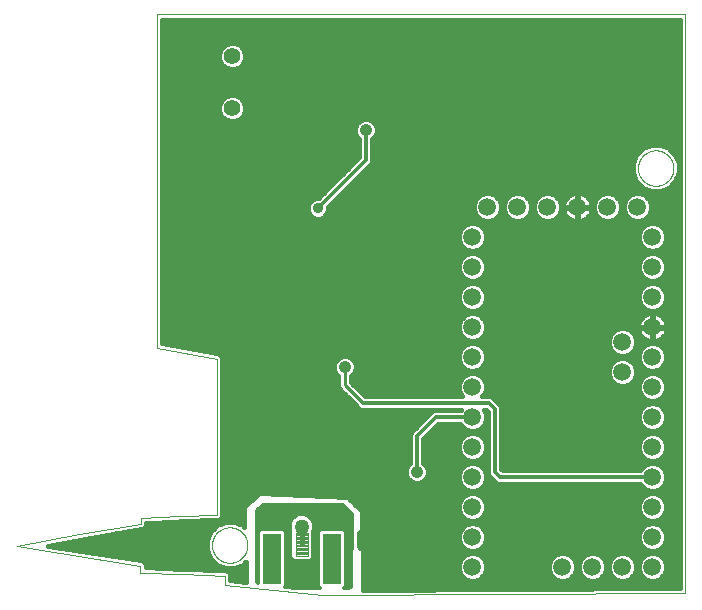
<source format=gbl>
G75*
%MOIN*%
%OFA0B0*%
%FSLAX25Y25*%
%IPPOS*%
%LPD*%
%AMOC8*
5,1,8,0,0,1.08239X$1,22.5*
%
%ADD10C,0.00000*%
%ADD11C,0.05937*%
%ADD12C,0.05543*%
%ADD13C,0.05000*%
%ADD14C,0.00450*%
%ADD15R,0.06000X0.17000*%
%ADD16C,0.01200*%
%ADD17C,0.04724*%
%ADD18C,0.04134*%
%ADD19C,0.03562*%
%ADD20C,0.01600*%
%ADD21C,0.01000*%
D10*
X0004557Y0022435D02*
X0025391Y0026394D01*
X0045891Y0030019D01*
X0045960Y0031852D01*
X0046030Y0032019D01*
X0058794Y0032505D01*
X0071224Y0032991D01*
X0071200Y0032985D02*
X0071225Y0058990D01*
X0071224Y0058963D02*
X0071224Y0084935D01*
X0051224Y0088685D01*
X0051224Y0199797D01*
X0227474Y0199797D01*
X0227474Y0006741D01*
X0166919Y0006394D01*
X0106363Y0006047D01*
X0074002Y0009419D01*
X0074002Y0012574D01*
X0059905Y0013130D01*
X0045807Y0013685D01*
X0045807Y0015908D01*
X0004557Y0022435D01*
X0069653Y0022850D02*
X0069655Y0023003D01*
X0069661Y0023157D01*
X0069671Y0023310D01*
X0069685Y0023462D01*
X0069703Y0023615D01*
X0069725Y0023766D01*
X0069750Y0023917D01*
X0069780Y0024068D01*
X0069814Y0024218D01*
X0069851Y0024366D01*
X0069892Y0024514D01*
X0069937Y0024660D01*
X0069986Y0024806D01*
X0070039Y0024950D01*
X0070095Y0025092D01*
X0070155Y0025233D01*
X0070219Y0025373D01*
X0070286Y0025511D01*
X0070357Y0025647D01*
X0070432Y0025781D01*
X0070509Y0025913D01*
X0070591Y0026043D01*
X0070675Y0026171D01*
X0070763Y0026297D01*
X0070854Y0026420D01*
X0070948Y0026541D01*
X0071046Y0026659D01*
X0071146Y0026775D01*
X0071250Y0026888D01*
X0071356Y0026999D01*
X0071465Y0027107D01*
X0071577Y0027212D01*
X0071691Y0027313D01*
X0071809Y0027412D01*
X0071928Y0027508D01*
X0072050Y0027601D01*
X0072175Y0027690D01*
X0072302Y0027777D01*
X0072431Y0027859D01*
X0072562Y0027939D01*
X0072695Y0028015D01*
X0072830Y0028088D01*
X0072967Y0028157D01*
X0073106Y0028222D01*
X0073246Y0028284D01*
X0073388Y0028342D01*
X0073531Y0028397D01*
X0073676Y0028448D01*
X0073822Y0028495D01*
X0073969Y0028538D01*
X0074117Y0028577D01*
X0074266Y0028613D01*
X0074416Y0028644D01*
X0074567Y0028672D01*
X0074718Y0028696D01*
X0074871Y0028716D01*
X0075023Y0028732D01*
X0075176Y0028744D01*
X0075329Y0028752D01*
X0075482Y0028756D01*
X0075636Y0028756D01*
X0075789Y0028752D01*
X0075942Y0028744D01*
X0076095Y0028732D01*
X0076247Y0028716D01*
X0076400Y0028696D01*
X0076551Y0028672D01*
X0076702Y0028644D01*
X0076852Y0028613D01*
X0077001Y0028577D01*
X0077149Y0028538D01*
X0077296Y0028495D01*
X0077442Y0028448D01*
X0077587Y0028397D01*
X0077730Y0028342D01*
X0077872Y0028284D01*
X0078012Y0028222D01*
X0078151Y0028157D01*
X0078288Y0028088D01*
X0078423Y0028015D01*
X0078556Y0027939D01*
X0078687Y0027859D01*
X0078816Y0027777D01*
X0078943Y0027690D01*
X0079068Y0027601D01*
X0079190Y0027508D01*
X0079309Y0027412D01*
X0079427Y0027313D01*
X0079541Y0027212D01*
X0079653Y0027107D01*
X0079762Y0026999D01*
X0079868Y0026888D01*
X0079972Y0026775D01*
X0080072Y0026659D01*
X0080170Y0026541D01*
X0080264Y0026420D01*
X0080355Y0026297D01*
X0080443Y0026171D01*
X0080527Y0026043D01*
X0080609Y0025913D01*
X0080686Y0025781D01*
X0080761Y0025647D01*
X0080832Y0025511D01*
X0080899Y0025373D01*
X0080963Y0025233D01*
X0081023Y0025092D01*
X0081079Y0024950D01*
X0081132Y0024806D01*
X0081181Y0024660D01*
X0081226Y0024514D01*
X0081267Y0024366D01*
X0081304Y0024218D01*
X0081338Y0024068D01*
X0081368Y0023917D01*
X0081393Y0023766D01*
X0081415Y0023615D01*
X0081433Y0023462D01*
X0081447Y0023310D01*
X0081457Y0023157D01*
X0081463Y0023003D01*
X0081465Y0022850D01*
X0081463Y0022697D01*
X0081457Y0022543D01*
X0081447Y0022390D01*
X0081433Y0022238D01*
X0081415Y0022085D01*
X0081393Y0021934D01*
X0081368Y0021783D01*
X0081338Y0021632D01*
X0081304Y0021482D01*
X0081267Y0021334D01*
X0081226Y0021186D01*
X0081181Y0021040D01*
X0081132Y0020894D01*
X0081079Y0020750D01*
X0081023Y0020608D01*
X0080963Y0020467D01*
X0080899Y0020327D01*
X0080832Y0020189D01*
X0080761Y0020053D01*
X0080686Y0019919D01*
X0080609Y0019787D01*
X0080527Y0019657D01*
X0080443Y0019529D01*
X0080355Y0019403D01*
X0080264Y0019280D01*
X0080170Y0019159D01*
X0080072Y0019041D01*
X0079972Y0018925D01*
X0079868Y0018812D01*
X0079762Y0018701D01*
X0079653Y0018593D01*
X0079541Y0018488D01*
X0079427Y0018387D01*
X0079309Y0018288D01*
X0079190Y0018192D01*
X0079068Y0018099D01*
X0078943Y0018010D01*
X0078816Y0017923D01*
X0078687Y0017841D01*
X0078556Y0017761D01*
X0078423Y0017685D01*
X0078288Y0017612D01*
X0078151Y0017543D01*
X0078012Y0017478D01*
X0077872Y0017416D01*
X0077730Y0017358D01*
X0077587Y0017303D01*
X0077442Y0017252D01*
X0077296Y0017205D01*
X0077149Y0017162D01*
X0077001Y0017123D01*
X0076852Y0017087D01*
X0076702Y0017056D01*
X0076551Y0017028D01*
X0076400Y0017004D01*
X0076247Y0016984D01*
X0076095Y0016968D01*
X0075942Y0016956D01*
X0075789Y0016948D01*
X0075636Y0016944D01*
X0075482Y0016944D01*
X0075329Y0016948D01*
X0075176Y0016956D01*
X0075023Y0016968D01*
X0074871Y0016984D01*
X0074718Y0017004D01*
X0074567Y0017028D01*
X0074416Y0017056D01*
X0074266Y0017087D01*
X0074117Y0017123D01*
X0073969Y0017162D01*
X0073822Y0017205D01*
X0073676Y0017252D01*
X0073531Y0017303D01*
X0073388Y0017358D01*
X0073246Y0017416D01*
X0073106Y0017478D01*
X0072967Y0017543D01*
X0072830Y0017612D01*
X0072695Y0017685D01*
X0072562Y0017761D01*
X0072431Y0017841D01*
X0072302Y0017923D01*
X0072175Y0018010D01*
X0072050Y0018099D01*
X0071928Y0018192D01*
X0071809Y0018288D01*
X0071691Y0018387D01*
X0071577Y0018488D01*
X0071465Y0018593D01*
X0071356Y0018701D01*
X0071250Y0018812D01*
X0071146Y0018925D01*
X0071046Y0019041D01*
X0070948Y0019159D01*
X0070854Y0019280D01*
X0070763Y0019403D01*
X0070675Y0019529D01*
X0070591Y0019657D01*
X0070509Y0019787D01*
X0070432Y0019919D01*
X0070357Y0020053D01*
X0070286Y0020189D01*
X0070219Y0020327D01*
X0070155Y0020467D01*
X0070095Y0020608D01*
X0070039Y0020750D01*
X0069986Y0020894D01*
X0069937Y0021040D01*
X0069892Y0021186D01*
X0069851Y0021334D01*
X0069814Y0021482D01*
X0069780Y0021632D01*
X0069750Y0021783D01*
X0069725Y0021934D01*
X0069703Y0022085D01*
X0069685Y0022238D01*
X0069671Y0022390D01*
X0069661Y0022543D01*
X0069655Y0022697D01*
X0069653Y0022850D01*
X0211639Y0148504D02*
X0211641Y0148657D01*
X0211647Y0148811D01*
X0211657Y0148964D01*
X0211671Y0149116D01*
X0211689Y0149269D01*
X0211711Y0149420D01*
X0211736Y0149571D01*
X0211766Y0149722D01*
X0211800Y0149872D01*
X0211837Y0150020D01*
X0211878Y0150168D01*
X0211923Y0150314D01*
X0211972Y0150460D01*
X0212025Y0150604D01*
X0212081Y0150746D01*
X0212141Y0150887D01*
X0212205Y0151027D01*
X0212272Y0151165D01*
X0212343Y0151301D01*
X0212418Y0151435D01*
X0212495Y0151567D01*
X0212577Y0151697D01*
X0212661Y0151825D01*
X0212749Y0151951D01*
X0212840Y0152074D01*
X0212934Y0152195D01*
X0213032Y0152313D01*
X0213132Y0152429D01*
X0213236Y0152542D01*
X0213342Y0152653D01*
X0213451Y0152761D01*
X0213563Y0152866D01*
X0213677Y0152967D01*
X0213795Y0153066D01*
X0213914Y0153162D01*
X0214036Y0153255D01*
X0214161Y0153344D01*
X0214288Y0153431D01*
X0214417Y0153513D01*
X0214548Y0153593D01*
X0214681Y0153669D01*
X0214816Y0153742D01*
X0214953Y0153811D01*
X0215092Y0153876D01*
X0215232Y0153938D01*
X0215374Y0153996D01*
X0215517Y0154051D01*
X0215662Y0154102D01*
X0215808Y0154149D01*
X0215955Y0154192D01*
X0216103Y0154231D01*
X0216252Y0154267D01*
X0216402Y0154298D01*
X0216553Y0154326D01*
X0216704Y0154350D01*
X0216857Y0154370D01*
X0217009Y0154386D01*
X0217162Y0154398D01*
X0217315Y0154406D01*
X0217468Y0154410D01*
X0217622Y0154410D01*
X0217775Y0154406D01*
X0217928Y0154398D01*
X0218081Y0154386D01*
X0218233Y0154370D01*
X0218386Y0154350D01*
X0218537Y0154326D01*
X0218688Y0154298D01*
X0218838Y0154267D01*
X0218987Y0154231D01*
X0219135Y0154192D01*
X0219282Y0154149D01*
X0219428Y0154102D01*
X0219573Y0154051D01*
X0219716Y0153996D01*
X0219858Y0153938D01*
X0219998Y0153876D01*
X0220137Y0153811D01*
X0220274Y0153742D01*
X0220409Y0153669D01*
X0220542Y0153593D01*
X0220673Y0153513D01*
X0220802Y0153431D01*
X0220929Y0153344D01*
X0221054Y0153255D01*
X0221176Y0153162D01*
X0221295Y0153066D01*
X0221413Y0152967D01*
X0221527Y0152866D01*
X0221639Y0152761D01*
X0221748Y0152653D01*
X0221854Y0152542D01*
X0221958Y0152429D01*
X0222058Y0152313D01*
X0222156Y0152195D01*
X0222250Y0152074D01*
X0222341Y0151951D01*
X0222429Y0151825D01*
X0222513Y0151697D01*
X0222595Y0151567D01*
X0222672Y0151435D01*
X0222747Y0151301D01*
X0222818Y0151165D01*
X0222885Y0151027D01*
X0222949Y0150887D01*
X0223009Y0150746D01*
X0223065Y0150604D01*
X0223118Y0150460D01*
X0223167Y0150314D01*
X0223212Y0150168D01*
X0223253Y0150020D01*
X0223290Y0149872D01*
X0223324Y0149722D01*
X0223354Y0149571D01*
X0223379Y0149420D01*
X0223401Y0149269D01*
X0223419Y0149116D01*
X0223433Y0148964D01*
X0223443Y0148811D01*
X0223449Y0148657D01*
X0223451Y0148504D01*
X0223449Y0148351D01*
X0223443Y0148197D01*
X0223433Y0148044D01*
X0223419Y0147892D01*
X0223401Y0147739D01*
X0223379Y0147588D01*
X0223354Y0147437D01*
X0223324Y0147286D01*
X0223290Y0147136D01*
X0223253Y0146988D01*
X0223212Y0146840D01*
X0223167Y0146694D01*
X0223118Y0146548D01*
X0223065Y0146404D01*
X0223009Y0146262D01*
X0222949Y0146121D01*
X0222885Y0145981D01*
X0222818Y0145843D01*
X0222747Y0145707D01*
X0222672Y0145573D01*
X0222595Y0145441D01*
X0222513Y0145311D01*
X0222429Y0145183D01*
X0222341Y0145057D01*
X0222250Y0144934D01*
X0222156Y0144813D01*
X0222058Y0144695D01*
X0221958Y0144579D01*
X0221854Y0144466D01*
X0221748Y0144355D01*
X0221639Y0144247D01*
X0221527Y0144142D01*
X0221413Y0144041D01*
X0221295Y0143942D01*
X0221176Y0143846D01*
X0221054Y0143753D01*
X0220929Y0143664D01*
X0220802Y0143577D01*
X0220673Y0143495D01*
X0220542Y0143415D01*
X0220409Y0143339D01*
X0220274Y0143266D01*
X0220137Y0143197D01*
X0219998Y0143132D01*
X0219858Y0143070D01*
X0219716Y0143012D01*
X0219573Y0142957D01*
X0219428Y0142906D01*
X0219282Y0142859D01*
X0219135Y0142816D01*
X0218987Y0142777D01*
X0218838Y0142741D01*
X0218688Y0142710D01*
X0218537Y0142682D01*
X0218386Y0142658D01*
X0218233Y0142638D01*
X0218081Y0142622D01*
X0217928Y0142610D01*
X0217775Y0142602D01*
X0217622Y0142598D01*
X0217468Y0142598D01*
X0217315Y0142602D01*
X0217162Y0142610D01*
X0217009Y0142622D01*
X0216857Y0142638D01*
X0216704Y0142658D01*
X0216553Y0142682D01*
X0216402Y0142710D01*
X0216252Y0142741D01*
X0216103Y0142777D01*
X0215955Y0142816D01*
X0215808Y0142859D01*
X0215662Y0142906D01*
X0215517Y0142957D01*
X0215374Y0143012D01*
X0215232Y0143070D01*
X0215092Y0143132D01*
X0214953Y0143197D01*
X0214816Y0143266D01*
X0214681Y0143339D01*
X0214548Y0143415D01*
X0214417Y0143495D01*
X0214288Y0143577D01*
X0214161Y0143664D01*
X0214036Y0143753D01*
X0213914Y0143846D01*
X0213795Y0143942D01*
X0213677Y0144041D01*
X0213563Y0144142D01*
X0213451Y0144247D01*
X0213342Y0144355D01*
X0213236Y0144466D01*
X0213132Y0144579D01*
X0213032Y0144695D01*
X0212934Y0144813D01*
X0212840Y0144934D01*
X0212749Y0145057D01*
X0212661Y0145183D01*
X0212577Y0145311D01*
X0212495Y0145441D01*
X0212418Y0145573D01*
X0212343Y0145707D01*
X0212272Y0145843D01*
X0212205Y0145981D01*
X0212141Y0146121D01*
X0212081Y0146262D01*
X0212025Y0146404D01*
X0211972Y0146548D01*
X0211923Y0146694D01*
X0211878Y0146840D01*
X0211837Y0146988D01*
X0211800Y0147136D01*
X0211766Y0147286D01*
X0211736Y0147437D01*
X0211711Y0147588D01*
X0211689Y0147739D01*
X0211671Y0147892D01*
X0211657Y0148044D01*
X0211647Y0148197D01*
X0211641Y0148351D01*
X0211639Y0148504D01*
D11*
X0211449Y0135500D03*
X0201449Y0135500D03*
X0191449Y0135500D03*
X0181449Y0135500D03*
X0171449Y0135500D03*
X0161449Y0135500D03*
X0156449Y0125500D03*
X0156449Y0115500D03*
X0156449Y0105500D03*
X0156449Y0095500D03*
X0156449Y0085500D03*
X0156449Y0075500D03*
X0156449Y0065500D03*
X0156449Y0055500D03*
X0156449Y0045500D03*
X0156449Y0035500D03*
X0156449Y0025500D03*
X0156449Y0015500D03*
X0186449Y0015500D03*
X0196449Y0015500D03*
X0206449Y0015500D03*
X0216449Y0015500D03*
X0216449Y0025500D03*
X0216449Y0035500D03*
X0216449Y0045500D03*
X0216449Y0055500D03*
X0216449Y0065500D03*
X0216449Y0075500D03*
X0206449Y0080500D03*
X0216449Y0085500D03*
X0206449Y0090500D03*
X0216449Y0095500D03*
X0216449Y0105500D03*
X0216449Y0115500D03*
X0216449Y0125500D03*
D12*
X0076371Y0168432D03*
X0076371Y0185755D03*
D13*
X0099600Y0028985D03*
D14*
X0097575Y0026889D02*
X0097575Y0019339D01*
X0097575Y0026889D02*
X0101625Y0026889D01*
X0101625Y0019339D01*
X0097575Y0019339D01*
X0097575Y0019788D02*
X0101625Y0019788D01*
X0101625Y0020237D02*
X0097575Y0020237D01*
X0097575Y0020686D02*
X0101625Y0020686D01*
X0101625Y0021135D02*
X0097575Y0021135D01*
X0097575Y0021584D02*
X0101625Y0021584D01*
X0101625Y0022033D02*
X0097575Y0022033D01*
X0097575Y0022482D02*
X0101625Y0022482D01*
X0101625Y0022931D02*
X0097575Y0022931D01*
X0097575Y0023380D02*
X0101625Y0023380D01*
X0101625Y0023829D02*
X0097575Y0023829D01*
X0097575Y0024278D02*
X0101625Y0024278D01*
X0101625Y0024727D02*
X0097575Y0024727D01*
X0097575Y0025176D02*
X0101625Y0025176D01*
X0101625Y0025625D02*
X0097575Y0025625D01*
X0097575Y0026074D02*
X0101625Y0026074D01*
X0101625Y0026523D02*
X0097575Y0026523D01*
D15*
X0089600Y0018235D03*
X0109600Y0018235D03*
D16*
X0114200Y0017965D02*
X0116013Y0017965D01*
X0116030Y0019163D02*
X0114200Y0019163D01*
X0114200Y0020362D02*
X0116046Y0020362D01*
X0116063Y0021560D02*
X0114200Y0021560D01*
X0114200Y0022759D02*
X0116079Y0022759D01*
X0116095Y0023957D02*
X0114200Y0023957D01*
X0114200Y0025156D02*
X0116112Y0025156D01*
X0116128Y0026354D02*
X0114200Y0026354D01*
X0114200Y0027398D02*
X0113263Y0028335D01*
X0105937Y0028335D01*
X0105000Y0027398D01*
X0105000Y0009073D01*
X0105555Y0008518D01*
X0098083Y0008518D01*
X0094064Y0008937D01*
X0094200Y0009073D01*
X0094200Y0027398D01*
X0093263Y0028335D01*
X0085937Y0028335D01*
X0085000Y0027398D01*
X0085000Y0010076D01*
X0084558Y0010518D01*
X0084558Y0034182D01*
X0086558Y0036182D01*
X0113222Y0036182D01*
X0116222Y0033182D01*
X0115888Y0008851D01*
X0114889Y0008518D01*
X0113645Y0008518D01*
X0114200Y0009073D01*
X0114200Y0027398D01*
X0114045Y0027553D02*
X0116145Y0027553D01*
X0116161Y0028751D02*
X0103700Y0028751D01*
X0103700Y0028170D02*
X0103450Y0027566D01*
X0103450Y0018583D01*
X0102381Y0017514D01*
X0096819Y0017514D01*
X0095750Y0018583D01*
X0095750Y0027566D01*
X0095500Y0028170D01*
X0095500Y0029801D01*
X0096124Y0031308D01*
X0097278Y0032461D01*
X0098784Y0033085D01*
X0100416Y0033085D01*
X0101922Y0032461D01*
X0103076Y0031308D01*
X0103700Y0029801D01*
X0103700Y0028170D01*
X0103450Y0027553D02*
X0105155Y0027553D01*
X0105000Y0026354D02*
X0103450Y0026354D01*
X0103450Y0025156D02*
X0105000Y0025156D01*
X0105000Y0023957D02*
X0103450Y0023957D01*
X0103450Y0022759D02*
X0105000Y0022759D01*
X0105000Y0021560D02*
X0103450Y0021560D01*
X0103450Y0020362D02*
X0105000Y0020362D01*
X0105000Y0019163D02*
X0103450Y0019163D01*
X0102831Y0017965D02*
X0105000Y0017965D01*
X0105000Y0016766D02*
X0094200Y0016766D01*
X0094200Y0015568D02*
X0105000Y0015568D01*
X0105000Y0014369D02*
X0094200Y0014369D01*
X0094200Y0013171D02*
X0105000Y0013171D01*
X0105000Y0011972D02*
X0094200Y0011972D01*
X0094200Y0010773D02*
X0105000Y0010773D01*
X0105000Y0009575D02*
X0094200Y0009575D01*
X0094200Y0017965D02*
X0096369Y0017965D01*
X0095750Y0019163D02*
X0094200Y0019163D01*
X0094200Y0020362D02*
X0095750Y0020362D01*
X0095750Y0021560D02*
X0094200Y0021560D01*
X0094200Y0022759D02*
X0095750Y0022759D01*
X0095750Y0023957D02*
X0094200Y0023957D01*
X0094200Y0025156D02*
X0095750Y0025156D01*
X0095750Y0026354D02*
X0094200Y0026354D01*
X0094045Y0027553D02*
X0095750Y0027553D01*
X0095500Y0028751D02*
X0084558Y0028751D01*
X0084558Y0027553D02*
X0085155Y0027553D01*
X0085000Y0026354D02*
X0084558Y0026354D01*
X0084558Y0025156D02*
X0085000Y0025156D01*
X0085000Y0023957D02*
X0084558Y0023957D01*
X0084558Y0022759D02*
X0085000Y0022759D01*
X0085000Y0021560D02*
X0084558Y0021560D01*
X0084558Y0020362D02*
X0085000Y0020362D01*
X0085000Y0019163D02*
X0084558Y0019163D01*
X0084558Y0017965D02*
X0085000Y0017965D01*
X0085000Y0016766D02*
X0084558Y0016766D01*
X0084558Y0015568D02*
X0085000Y0015568D01*
X0085000Y0014369D02*
X0084558Y0014369D01*
X0084558Y0013171D02*
X0085000Y0013171D01*
X0085000Y0011972D02*
X0084558Y0011972D01*
X0084558Y0010773D02*
X0085000Y0010773D01*
X0084558Y0029950D02*
X0095562Y0029950D01*
X0096058Y0031148D02*
X0084558Y0031148D01*
X0084558Y0032347D02*
X0097163Y0032347D01*
X0102037Y0032347D02*
X0116210Y0032347D01*
X0116194Y0031148D02*
X0103142Y0031148D01*
X0103638Y0029950D02*
X0116178Y0029950D01*
X0115859Y0033545D02*
X0084558Y0033545D01*
X0085120Y0034744D02*
X0114660Y0034744D01*
X0113462Y0035942D02*
X0086318Y0035942D01*
X0114200Y0016766D02*
X0115997Y0016766D01*
X0115980Y0015568D02*
X0114200Y0015568D01*
X0114200Y0014369D02*
X0115964Y0014369D01*
X0115948Y0013171D02*
X0114200Y0013171D01*
X0114200Y0011972D02*
X0115931Y0011972D01*
X0115915Y0010773D02*
X0114200Y0010773D01*
X0114200Y0009575D02*
X0115898Y0009575D01*
X0137900Y0047185D02*
X0137900Y0059185D01*
X0144215Y0065500D01*
X0156449Y0065500D01*
X0161900Y0070185D02*
X0163900Y0068185D01*
X0163900Y0047185D01*
X0165585Y0045500D01*
X0168900Y0045500D01*
X0216449Y0045500D01*
X0161900Y0070185D02*
X0119900Y0070185D01*
X0104900Y0135085D02*
X0104902Y0135112D01*
X0104906Y0135139D01*
X0104914Y0135165D01*
X0104924Y0135190D01*
X0104937Y0135213D01*
X0104953Y0135235D01*
X0104971Y0135255D01*
X0104971Y0135256D02*
X0120900Y0151185D01*
X0120900Y0161185D01*
D17*
X0106556Y0033849D03*
D18*
X0121900Y0025185D03*
X0137900Y0047185D03*
X0113900Y0082185D03*
X0120900Y0161185D03*
D19*
X0104900Y0135085D03*
X0146000Y0130585D03*
X0159900Y0182185D03*
X0159900Y0187185D03*
D20*
X0124015Y0163267D02*
X0122981Y0164300D01*
X0121631Y0164859D01*
X0120169Y0164859D01*
X0118819Y0164300D01*
X0117785Y0163267D01*
X0117226Y0161916D01*
X0117226Y0160455D01*
X0117785Y0159104D01*
X0118693Y0158197D01*
X0118693Y0152100D01*
X0105067Y0138474D01*
X0104226Y0138474D01*
X0102981Y0137958D01*
X0102028Y0137005D01*
X0101512Y0135759D01*
X0101512Y0134411D01*
X0102028Y0133166D01*
X0102981Y0132213D01*
X0104226Y0131697D01*
X0105574Y0131697D01*
X0106819Y0132213D01*
X0107772Y0133166D01*
X0108288Y0134411D01*
X0108288Y0135452D01*
X0123107Y0150271D01*
X0123107Y0158197D01*
X0124015Y0159104D01*
X0124574Y0160455D01*
X0124574Y0161916D01*
X0124015Y0163267D01*
X0124276Y0162635D02*
X0225674Y0162635D01*
X0225674Y0161037D02*
X0124574Y0161037D01*
X0124153Y0159438D02*
X0225674Y0159438D01*
X0225674Y0157840D02*
X0123107Y0157840D01*
X0123107Y0156241D02*
X0225674Y0156241D01*
X0225674Y0154642D02*
X0222304Y0154642D01*
X0221910Y0155036D02*
X0219078Y0156210D01*
X0216012Y0156210D01*
X0213180Y0155036D01*
X0211013Y0152869D01*
X0209839Y0150037D01*
X0209839Y0146971D01*
X0211013Y0144139D01*
X0213180Y0141972D01*
X0216012Y0140798D01*
X0219078Y0140798D01*
X0221910Y0141972D01*
X0224077Y0144139D01*
X0225251Y0146971D01*
X0225251Y0150037D01*
X0224077Y0152869D01*
X0221910Y0155036D01*
X0223902Y0153044D02*
X0225674Y0153044D01*
X0225674Y0151445D02*
X0224667Y0151445D01*
X0225251Y0149847D02*
X0225674Y0149847D01*
X0225674Y0148248D02*
X0225251Y0148248D01*
X0225117Y0146650D02*
X0225674Y0146650D01*
X0225674Y0145051D02*
X0224455Y0145051D01*
X0223391Y0143453D02*
X0225674Y0143453D01*
X0225674Y0141854D02*
X0221627Y0141854D01*
X0225674Y0140256D02*
X0191904Y0140256D01*
X0191824Y0140268D02*
X0191633Y0140268D01*
X0191633Y0135684D01*
X0191265Y0135684D01*
X0191265Y0135316D01*
X0186681Y0135316D01*
X0186681Y0135125D01*
X0186798Y0134383D01*
X0187030Y0133670D01*
X0187371Y0133001D01*
X0187812Y0132394D01*
X0188343Y0131863D01*
X0188950Y0131422D01*
X0189619Y0131081D01*
X0190332Y0130849D01*
X0191074Y0130731D01*
X0191265Y0130731D01*
X0191265Y0135316D01*
X0191633Y0135316D01*
X0191633Y0130731D01*
X0191824Y0130731D01*
X0192566Y0130849D01*
X0193280Y0131081D01*
X0193948Y0131422D01*
X0194556Y0131863D01*
X0195086Y0132394D01*
X0195527Y0133001D01*
X0195868Y0133670D01*
X0196100Y0134383D01*
X0196218Y0135125D01*
X0196218Y0135316D01*
X0191633Y0135316D01*
X0191633Y0135684D01*
X0196218Y0135684D01*
X0196218Y0135875D01*
X0196100Y0136617D01*
X0195868Y0137330D01*
X0195527Y0137999D01*
X0195086Y0138606D01*
X0194556Y0139137D01*
X0193948Y0139578D01*
X0193280Y0139919D01*
X0192566Y0140151D01*
X0191824Y0140268D01*
X0191633Y0140256D02*
X0191265Y0140256D01*
X0191265Y0140268D02*
X0191074Y0140268D01*
X0190332Y0140151D01*
X0189619Y0139919D01*
X0188950Y0139578D01*
X0188343Y0139137D01*
X0187812Y0138606D01*
X0187371Y0137999D01*
X0187030Y0137330D01*
X0186798Y0136617D01*
X0186681Y0135875D01*
X0186681Y0135684D01*
X0191265Y0135684D01*
X0191265Y0140268D01*
X0190994Y0140256D02*
X0113092Y0140256D01*
X0114690Y0141854D02*
X0213463Y0141854D01*
X0212359Y0140076D02*
X0210539Y0140076D01*
X0208857Y0139379D01*
X0207570Y0138092D01*
X0206873Y0136410D01*
X0206873Y0134590D01*
X0207570Y0132908D01*
X0208857Y0131621D01*
X0210539Y0130924D01*
X0212359Y0130924D01*
X0214041Y0131621D01*
X0215328Y0132908D01*
X0216025Y0134590D01*
X0216025Y0136410D01*
X0215328Y0138092D01*
X0214041Y0139379D01*
X0212359Y0140076D01*
X0214763Y0138657D02*
X0225674Y0138657D01*
X0225674Y0137059D02*
X0215756Y0137059D01*
X0216025Y0135460D02*
X0225674Y0135460D01*
X0225674Y0133862D02*
X0215723Y0133862D01*
X0214683Y0132263D02*
X0225674Y0132263D01*
X0225674Y0130665D02*
X0053024Y0130665D01*
X0053024Y0132263D02*
X0102930Y0132263D01*
X0101739Y0133862D02*
X0053024Y0133862D01*
X0053024Y0135460D02*
X0101512Y0135460D01*
X0102082Y0137059D02*
X0053024Y0137059D01*
X0053024Y0138657D02*
X0105251Y0138657D01*
X0106849Y0140256D02*
X0053024Y0140256D01*
X0053024Y0141854D02*
X0108448Y0141854D01*
X0110046Y0143453D02*
X0053024Y0143453D01*
X0053024Y0145051D02*
X0111645Y0145051D01*
X0113243Y0146650D02*
X0053024Y0146650D01*
X0053024Y0148248D02*
X0114842Y0148248D01*
X0116440Y0149847D02*
X0053024Y0149847D01*
X0053024Y0151445D02*
X0118039Y0151445D01*
X0118693Y0153044D02*
X0053024Y0153044D01*
X0053024Y0154642D02*
X0118693Y0154642D01*
X0118693Y0156241D02*
X0053024Y0156241D01*
X0053024Y0157840D02*
X0118693Y0157840D01*
X0117647Y0159438D02*
X0053024Y0159438D01*
X0053024Y0161037D02*
X0117226Y0161037D01*
X0117524Y0162635D02*
X0053024Y0162635D01*
X0053024Y0164234D02*
X0075066Y0164234D01*
X0075500Y0164054D02*
X0077242Y0164054D01*
X0078851Y0164720D01*
X0080083Y0165952D01*
X0080750Y0167561D01*
X0080750Y0169303D01*
X0080083Y0170913D01*
X0078851Y0172145D01*
X0077242Y0172811D01*
X0075500Y0172811D01*
X0073891Y0172145D01*
X0072659Y0170913D01*
X0071992Y0169303D01*
X0071992Y0167561D01*
X0072659Y0165952D01*
X0073891Y0164720D01*
X0075500Y0164054D01*
X0077676Y0164234D02*
X0118752Y0164234D01*
X0123048Y0164234D02*
X0225674Y0164234D01*
X0225674Y0165832D02*
X0079963Y0165832D01*
X0080695Y0167431D02*
X0225674Y0167431D01*
X0225674Y0169029D02*
X0080750Y0169029D01*
X0080201Y0170628D02*
X0225674Y0170628D01*
X0225674Y0172226D02*
X0078654Y0172226D01*
X0074088Y0172226D02*
X0053024Y0172226D01*
X0053024Y0170628D02*
X0072541Y0170628D01*
X0071992Y0169029D02*
X0053024Y0169029D01*
X0053024Y0167431D02*
X0072046Y0167431D01*
X0072779Y0165832D02*
X0053024Y0165832D01*
X0053024Y0173825D02*
X0225674Y0173825D01*
X0225674Y0175423D02*
X0053024Y0175423D01*
X0053024Y0177022D02*
X0225674Y0177022D01*
X0225674Y0178620D02*
X0053024Y0178620D01*
X0053024Y0180219D02*
X0225674Y0180219D01*
X0225674Y0181817D02*
X0078306Y0181817D01*
X0078851Y0182043D02*
X0077242Y0181377D01*
X0075500Y0181377D01*
X0073891Y0182043D01*
X0072659Y0183275D01*
X0071992Y0184884D01*
X0071992Y0186626D01*
X0072659Y0188236D01*
X0073891Y0189467D01*
X0075500Y0190134D01*
X0077242Y0190134D01*
X0078851Y0189467D01*
X0080083Y0188236D01*
X0080750Y0186626D01*
X0080750Y0184884D01*
X0080083Y0183275D01*
X0078851Y0182043D01*
X0080141Y0183416D02*
X0225674Y0183416D01*
X0225674Y0185014D02*
X0080750Y0185014D01*
X0080750Y0186613D02*
X0225674Y0186613D01*
X0225674Y0188211D02*
X0080093Y0188211D01*
X0078025Y0189810D02*
X0225674Y0189810D01*
X0225674Y0191408D02*
X0053024Y0191408D01*
X0053024Y0189810D02*
X0074717Y0189810D01*
X0072649Y0188211D02*
X0053024Y0188211D01*
X0053024Y0186613D02*
X0071992Y0186613D01*
X0071992Y0185014D02*
X0053024Y0185014D01*
X0053024Y0183416D02*
X0072601Y0183416D01*
X0074436Y0181817D02*
X0053024Y0181817D01*
X0053024Y0193007D02*
X0225674Y0193007D01*
X0225674Y0194605D02*
X0053024Y0194605D01*
X0053024Y0196204D02*
X0225674Y0196204D01*
X0225674Y0197802D02*
X0053024Y0197802D01*
X0053024Y0197997D02*
X0225674Y0197997D01*
X0225674Y0008531D01*
X0167654Y0008198D01*
X0119888Y0007924D01*
X0119888Y0021183D01*
X0118555Y0022517D01*
X0118555Y0026850D01*
X0119555Y0027849D01*
X0119555Y0034182D01*
X0114889Y0038848D01*
X0085225Y0040182D01*
X0080225Y0035515D01*
X0080467Y0028840D01*
X0079924Y0029382D01*
X0077092Y0030555D01*
X0074026Y0030555D01*
X0071194Y0029382D01*
X0069027Y0027215D01*
X0067854Y0024383D01*
X0067854Y0021317D01*
X0069027Y0018485D01*
X0071194Y0016317D01*
X0074026Y0015144D01*
X0077092Y0015144D01*
X0079924Y0016317D01*
X0080885Y0017278D01*
X0081130Y0010486D01*
X0075802Y0011041D01*
X0075802Y0012539D01*
X0075830Y0013248D01*
X0075802Y0013279D01*
X0075802Y0013320D01*
X0075300Y0013822D01*
X0074818Y0014344D01*
X0074777Y0014345D01*
X0074747Y0014374D01*
X0074037Y0014374D01*
X0059230Y0014958D01*
X0047607Y0015416D01*
X0047607Y0015766D01*
X0047702Y0016363D01*
X0047607Y0016493D01*
X0047607Y0016653D01*
X0047180Y0017080D01*
X0046825Y0017569D01*
X0046667Y0017594D01*
X0046553Y0017708D01*
X0045949Y0017708D01*
X0015052Y0022597D01*
X0025716Y0024623D01*
X0046015Y0028213D01*
X0046568Y0028192D01*
X0046726Y0028339D01*
X0046938Y0028376D01*
X0047256Y0028829D01*
X0047661Y0029206D01*
X0047669Y0029421D01*
X0047793Y0029598D01*
X0047697Y0030143D01*
X0047702Y0030281D01*
X0058118Y0030678D01*
X0058119Y0030677D01*
X0058856Y0030706D01*
X0059607Y0030735D01*
X0059608Y0030735D01*
X0071119Y0031185D01*
X0071944Y0031185D01*
X0071978Y0031219D01*
X0072039Y0031221D01*
X0072743Y0031982D01*
X0072999Y0032238D01*
X0072999Y0032259D01*
X0073052Y0032316D01*
X0073001Y0033626D01*
X0073026Y0059734D01*
X0073024Y0059736D01*
X0073024Y0084768D01*
X0073131Y0085337D01*
X0073024Y0085492D01*
X0073024Y0085681D01*
X0072615Y0086090D01*
X0072289Y0086567D01*
X0072103Y0086602D01*
X0071970Y0086735D01*
X0071391Y0086735D01*
X0053024Y0090179D01*
X0053024Y0197997D01*
X0116289Y0143453D02*
X0211699Y0143453D01*
X0210635Y0145051D02*
X0117887Y0145051D01*
X0119486Y0146650D02*
X0209973Y0146650D01*
X0209839Y0148248D02*
X0121084Y0148248D01*
X0122683Y0149847D02*
X0209839Y0149847D01*
X0210423Y0151445D02*
X0123107Y0151445D01*
X0123107Y0153044D02*
X0211188Y0153044D01*
X0212786Y0154642D02*
X0123107Y0154642D01*
X0111493Y0138657D02*
X0158136Y0138657D01*
X0157570Y0138092D02*
X0156873Y0136410D01*
X0156873Y0134590D01*
X0157570Y0132908D01*
X0158857Y0131621D01*
X0160539Y0130924D01*
X0162359Y0130924D01*
X0164041Y0131621D01*
X0165328Y0132908D01*
X0166025Y0134590D01*
X0166025Y0136410D01*
X0165328Y0138092D01*
X0164041Y0139379D01*
X0162359Y0140076D01*
X0160539Y0140076D01*
X0158857Y0139379D01*
X0157570Y0138092D01*
X0157142Y0137059D02*
X0109895Y0137059D01*
X0108296Y0135460D02*
X0156873Y0135460D01*
X0157175Y0133862D02*
X0108061Y0133862D01*
X0106870Y0132263D02*
X0158215Y0132263D01*
X0157359Y0130076D02*
X0155539Y0130076D01*
X0153857Y0129379D01*
X0152570Y0128092D01*
X0151873Y0126410D01*
X0151873Y0124590D01*
X0152570Y0122908D01*
X0153857Y0121621D01*
X0155539Y0120924D01*
X0157359Y0120924D01*
X0159041Y0121621D01*
X0160328Y0122908D01*
X0161025Y0124590D01*
X0161025Y0126410D01*
X0160328Y0128092D01*
X0159041Y0129379D01*
X0157359Y0130076D01*
X0159354Y0129066D02*
X0213545Y0129066D01*
X0213857Y0129379D02*
X0212570Y0128092D01*
X0211873Y0126410D01*
X0211873Y0124590D01*
X0212570Y0122908D01*
X0213857Y0121621D01*
X0215539Y0120924D01*
X0217359Y0120924D01*
X0219041Y0121621D01*
X0220328Y0122908D01*
X0221025Y0124590D01*
X0221025Y0126410D01*
X0220328Y0128092D01*
X0219041Y0129379D01*
X0217359Y0130076D01*
X0215539Y0130076D01*
X0213857Y0129379D01*
X0212312Y0127468D02*
X0160587Y0127468D01*
X0161025Y0125869D02*
X0211873Y0125869D01*
X0212006Y0124271D02*
X0160892Y0124271D01*
X0160092Y0122672D02*
X0212806Y0122672D01*
X0215178Y0121074D02*
X0157720Y0121074D01*
X0157359Y0120076D02*
X0155539Y0120076D01*
X0153857Y0119379D01*
X0152570Y0118092D01*
X0151873Y0116410D01*
X0151873Y0114590D01*
X0152570Y0112908D01*
X0153857Y0111621D01*
X0155539Y0110924D01*
X0157359Y0110924D01*
X0159041Y0111621D01*
X0160328Y0112908D01*
X0161025Y0114590D01*
X0161025Y0116410D01*
X0160328Y0118092D01*
X0159041Y0119379D01*
X0157359Y0120076D01*
X0158809Y0119475D02*
X0214090Y0119475D01*
X0213857Y0119379D02*
X0212570Y0118092D01*
X0211873Y0116410D01*
X0211873Y0114590D01*
X0212570Y0112908D01*
X0213857Y0111621D01*
X0215539Y0110924D01*
X0217359Y0110924D01*
X0219041Y0111621D01*
X0220328Y0112908D01*
X0221025Y0114590D01*
X0221025Y0116410D01*
X0220328Y0118092D01*
X0219041Y0119379D01*
X0217359Y0120076D01*
X0215539Y0120076D01*
X0213857Y0119379D01*
X0212481Y0117877D02*
X0160417Y0117877D01*
X0161025Y0116278D02*
X0211873Y0116278D01*
X0211873Y0114680D02*
X0161025Y0114680D01*
X0160400Y0113081D02*
X0212498Y0113081D01*
X0214191Y0111483D02*
X0158707Y0111483D01*
X0157821Y0109884D02*
X0215077Y0109884D01*
X0215539Y0110076D02*
X0213857Y0109379D01*
X0212570Y0108092D01*
X0211873Y0106410D01*
X0211873Y0104590D01*
X0212570Y0102908D01*
X0213857Y0101621D01*
X0215539Y0100924D01*
X0217359Y0100924D01*
X0219041Y0101621D01*
X0220328Y0102908D01*
X0221025Y0104590D01*
X0221025Y0106410D01*
X0220328Y0108092D01*
X0219041Y0109379D01*
X0217359Y0110076D01*
X0215539Y0110076D01*
X0217821Y0109884D02*
X0225674Y0109884D01*
X0225674Y0108286D02*
X0220134Y0108286D01*
X0220910Y0106687D02*
X0225674Y0106687D01*
X0225674Y0105089D02*
X0221025Y0105089D01*
X0220569Y0103490D02*
X0225674Y0103490D01*
X0225674Y0101892D02*
X0219312Y0101892D01*
X0218280Y0099919D02*
X0217566Y0100151D01*
X0216824Y0100268D01*
X0216633Y0100268D01*
X0216633Y0095684D01*
X0216265Y0095684D01*
X0216265Y0095316D01*
X0216633Y0095316D01*
X0216633Y0090731D01*
X0216824Y0090731D01*
X0217566Y0090849D01*
X0218280Y0091081D01*
X0218948Y0091422D01*
X0219556Y0091863D01*
X0220086Y0092394D01*
X0220527Y0093001D01*
X0220868Y0093670D01*
X0221100Y0094383D01*
X0221218Y0095125D01*
X0221218Y0095316D01*
X0216633Y0095316D01*
X0216633Y0095684D01*
X0221218Y0095684D01*
X0221218Y0095875D01*
X0221100Y0096617D01*
X0220868Y0097330D01*
X0220527Y0097999D01*
X0220086Y0098606D01*
X0219556Y0099137D01*
X0218948Y0099578D01*
X0218280Y0099919D01*
X0216265Y0100268D02*
X0216074Y0100268D01*
X0215332Y0100151D01*
X0214619Y0099919D01*
X0213950Y0099578D01*
X0213343Y0099137D01*
X0212812Y0098606D01*
X0212371Y0097999D01*
X0212030Y0097330D01*
X0211798Y0096617D01*
X0211681Y0095875D01*
X0211681Y0095684D01*
X0216265Y0095684D01*
X0216265Y0100268D01*
X0216265Y0098695D02*
X0216633Y0098695D01*
X0216633Y0097096D02*
X0216265Y0097096D01*
X0216265Y0095498D02*
X0161025Y0095498D01*
X0161025Y0094590D02*
X0161025Y0096410D01*
X0160328Y0098092D01*
X0159041Y0099379D01*
X0157359Y0100076D01*
X0155539Y0100076D01*
X0153857Y0099379D01*
X0152570Y0098092D01*
X0151873Y0096410D01*
X0151873Y0094590D01*
X0152570Y0092908D01*
X0153857Y0091621D01*
X0155539Y0090924D01*
X0157359Y0090924D01*
X0159041Y0091621D01*
X0160328Y0092908D01*
X0161025Y0094590D01*
X0160739Y0093899D02*
X0203377Y0093899D01*
X0203857Y0094379D02*
X0202570Y0093092D01*
X0201873Y0091410D01*
X0201873Y0089590D01*
X0202570Y0087908D01*
X0203857Y0086621D01*
X0205539Y0085924D01*
X0207359Y0085924D01*
X0209041Y0086621D01*
X0210328Y0087908D01*
X0211025Y0089590D01*
X0211025Y0091410D01*
X0210328Y0093092D01*
X0209041Y0094379D01*
X0207359Y0095076D01*
X0205539Y0095076D01*
X0203857Y0094379D01*
X0202242Y0092301D02*
X0159720Y0092301D01*
X0159041Y0089379D02*
X0157359Y0090076D01*
X0155539Y0090076D01*
X0153857Y0089379D01*
X0152570Y0088092D01*
X0151873Y0086410D01*
X0151873Y0084590D01*
X0152570Y0082908D01*
X0153857Y0081621D01*
X0155539Y0080924D01*
X0157359Y0080924D01*
X0159041Y0081621D01*
X0160328Y0082908D01*
X0161025Y0084590D01*
X0161025Y0086410D01*
X0160328Y0088092D01*
X0159041Y0089379D01*
X0159316Y0089104D02*
X0202075Y0089104D01*
X0201873Y0090702D02*
X0053024Y0090702D01*
X0053024Y0092301D02*
X0153178Y0092301D01*
X0152160Y0093899D02*
X0053024Y0093899D01*
X0053024Y0095498D02*
X0151873Y0095498D01*
X0152158Y0097096D02*
X0053024Y0097096D01*
X0053024Y0098695D02*
X0153173Y0098695D01*
X0153857Y0101621D02*
X0155539Y0100924D01*
X0157359Y0100924D01*
X0159041Y0101621D01*
X0160328Y0102908D01*
X0161025Y0104590D01*
X0161025Y0106410D01*
X0160328Y0108092D01*
X0159041Y0109379D01*
X0157359Y0110076D01*
X0155539Y0110076D01*
X0153857Y0109379D01*
X0152570Y0108092D01*
X0151873Y0106410D01*
X0151873Y0104590D01*
X0152570Y0102908D01*
X0153857Y0101621D01*
X0153587Y0101892D02*
X0053024Y0101892D01*
X0053024Y0103490D02*
X0152329Y0103490D01*
X0151873Y0105089D02*
X0053024Y0105089D01*
X0053024Y0106687D02*
X0151988Y0106687D01*
X0152764Y0108286D02*
X0053024Y0108286D01*
X0053024Y0109884D02*
X0155077Y0109884D01*
X0154191Y0111483D02*
X0053024Y0111483D01*
X0053024Y0113081D02*
X0152498Y0113081D01*
X0151873Y0114680D02*
X0053024Y0114680D01*
X0053024Y0116278D02*
X0151873Y0116278D01*
X0152481Y0117877D02*
X0053024Y0117877D01*
X0053024Y0119475D02*
X0154090Y0119475D01*
X0155178Y0121074D02*
X0053024Y0121074D01*
X0053024Y0122672D02*
X0152806Y0122672D01*
X0152006Y0124271D02*
X0053024Y0124271D01*
X0053024Y0125869D02*
X0151873Y0125869D01*
X0152312Y0127468D02*
X0053024Y0127468D01*
X0053024Y0129066D02*
X0153545Y0129066D01*
X0164683Y0132263D02*
X0168215Y0132263D01*
X0168857Y0131621D02*
X0170539Y0130924D01*
X0172359Y0130924D01*
X0174041Y0131621D01*
X0175328Y0132908D01*
X0176025Y0134590D01*
X0176025Y0136410D01*
X0175328Y0138092D01*
X0174041Y0139379D01*
X0172359Y0140076D01*
X0170539Y0140076D01*
X0168857Y0139379D01*
X0167570Y0138092D01*
X0166873Y0136410D01*
X0166873Y0134590D01*
X0167570Y0132908D01*
X0168857Y0131621D01*
X0167175Y0133862D02*
X0165723Y0133862D01*
X0166025Y0135460D02*
X0166873Y0135460D01*
X0167142Y0137059D02*
X0165756Y0137059D01*
X0164763Y0138657D02*
X0168136Y0138657D01*
X0174763Y0138657D02*
X0178136Y0138657D01*
X0177570Y0138092D02*
X0176873Y0136410D01*
X0176873Y0134590D01*
X0177570Y0132908D01*
X0178857Y0131621D01*
X0180539Y0130924D01*
X0182359Y0130924D01*
X0184041Y0131621D01*
X0185328Y0132908D01*
X0186025Y0134590D01*
X0186025Y0136410D01*
X0185328Y0138092D01*
X0184041Y0139379D01*
X0182359Y0140076D01*
X0180539Y0140076D01*
X0178857Y0139379D01*
X0177570Y0138092D01*
X0177142Y0137059D02*
X0175756Y0137059D01*
X0176025Y0135460D02*
X0176873Y0135460D01*
X0177175Y0133862D02*
X0175723Y0133862D01*
X0174683Y0132263D02*
X0178215Y0132263D01*
X0184683Y0132263D02*
X0187942Y0132263D01*
X0186967Y0133862D02*
X0185723Y0133862D01*
X0186025Y0135460D02*
X0191265Y0135460D01*
X0191633Y0135460D02*
X0196873Y0135460D01*
X0196873Y0134590D02*
X0197570Y0132908D01*
X0198857Y0131621D01*
X0200539Y0130924D01*
X0202359Y0130924D01*
X0204041Y0131621D01*
X0205328Y0132908D01*
X0206025Y0134590D01*
X0206025Y0136410D01*
X0205328Y0138092D01*
X0204041Y0139379D01*
X0202359Y0140076D01*
X0200539Y0140076D01*
X0198857Y0139379D01*
X0197570Y0138092D01*
X0196873Y0136410D01*
X0196873Y0134590D01*
X0197175Y0133862D02*
X0195931Y0133862D01*
X0194956Y0132263D02*
X0198215Y0132263D01*
X0191633Y0132263D02*
X0191265Y0132263D01*
X0191265Y0133862D02*
X0191633Y0133862D01*
X0191633Y0137059D02*
X0191265Y0137059D01*
X0191265Y0138657D02*
X0191633Y0138657D01*
X0195035Y0138657D02*
X0198136Y0138657D01*
X0197142Y0137059D02*
X0195956Y0137059D01*
X0204763Y0138657D02*
X0208136Y0138657D01*
X0207142Y0137059D02*
X0205756Y0137059D01*
X0206025Y0135460D02*
X0206873Y0135460D01*
X0207175Y0133862D02*
X0205723Y0133862D01*
X0204683Y0132263D02*
X0208215Y0132263D01*
X0219354Y0129066D02*
X0225674Y0129066D01*
X0225674Y0127468D02*
X0220587Y0127468D01*
X0221025Y0125869D02*
X0225674Y0125869D01*
X0225674Y0124271D02*
X0220892Y0124271D01*
X0220092Y0122672D02*
X0225674Y0122672D01*
X0225674Y0121074D02*
X0217720Y0121074D01*
X0218809Y0119475D02*
X0225674Y0119475D01*
X0225674Y0117877D02*
X0220417Y0117877D01*
X0221025Y0116278D02*
X0225674Y0116278D01*
X0225674Y0114680D02*
X0221025Y0114680D01*
X0220400Y0113081D02*
X0225674Y0113081D01*
X0225674Y0111483D02*
X0218707Y0111483D01*
X0212764Y0108286D02*
X0160134Y0108286D01*
X0160910Y0106687D02*
X0211988Y0106687D01*
X0211873Y0105089D02*
X0161025Y0105089D01*
X0160569Y0103490D02*
X0212329Y0103490D01*
X0213587Y0101892D02*
X0159312Y0101892D01*
X0159725Y0098695D02*
X0212900Y0098695D01*
X0211954Y0097096D02*
X0160741Y0097096D01*
X0153582Y0089104D02*
X0058761Y0089104D01*
X0067287Y0087505D02*
X0152327Y0087505D01*
X0151873Y0085907D02*
X0072799Y0085907D01*
X0073024Y0084308D02*
X0110827Y0084308D01*
X0110785Y0084267D02*
X0110226Y0082916D01*
X0110226Y0081455D01*
X0110785Y0080104D01*
X0111793Y0079097D01*
X0111793Y0075313D01*
X0117693Y0069413D01*
X0117693Y0069271D01*
X0118986Y0067978D01*
X0152523Y0067978D01*
X0152411Y0067707D01*
X0143300Y0067707D01*
X0135693Y0060100D01*
X0135693Y0058271D01*
X0135693Y0050174D01*
X0134785Y0049267D01*
X0134226Y0047916D01*
X0134226Y0046455D01*
X0134785Y0045104D01*
X0135819Y0044071D01*
X0137169Y0043511D01*
X0138631Y0043511D01*
X0139981Y0044071D01*
X0141015Y0045104D01*
X0141574Y0046455D01*
X0141574Y0047916D01*
X0141015Y0049267D01*
X0140107Y0050174D01*
X0140107Y0058271D01*
X0145129Y0063293D01*
X0152411Y0063293D01*
X0152570Y0062908D01*
X0153857Y0061621D01*
X0155539Y0060924D01*
X0157359Y0060924D01*
X0159041Y0061621D01*
X0160328Y0062908D01*
X0161025Y0064590D01*
X0161025Y0066410D01*
X0160375Y0067978D01*
X0160986Y0067978D01*
X0161693Y0067271D01*
X0161693Y0046271D01*
X0162986Y0044978D01*
X0164671Y0043293D01*
X0212411Y0043293D01*
X0212570Y0042908D01*
X0213857Y0041621D01*
X0215539Y0040924D01*
X0217359Y0040924D01*
X0219041Y0041621D01*
X0220328Y0042908D01*
X0221025Y0044590D01*
X0221025Y0046410D01*
X0220328Y0048092D01*
X0219041Y0049379D01*
X0217359Y0050076D01*
X0215539Y0050076D01*
X0213857Y0049379D01*
X0212570Y0048092D01*
X0212411Y0047707D01*
X0166500Y0047707D01*
X0166107Y0048100D01*
X0166107Y0069100D01*
X0164814Y0070392D01*
X0162814Y0072392D01*
X0159812Y0072392D01*
X0160328Y0072908D01*
X0161025Y0074590D01*
X0161025Y0076410D01*
X0160328Y0078092D01*
X0159041Y0079379D01*
X0157359Y0080076D01*
X0155539Y0080076D01*
X0153857Y0079379D01*
X0152570Y0078092D01*
X0151873Y0076410D01*
X0151873Y0074590D01*
X0152570Y0072908D01*
X0153086Y0072392D01*
X0120673Y0072392D01*
X0116007Y0077058D01*
X0116007Y0079097D01*
X0117015Y0080104D01*
X0117574Y0081455D01*
X0117574Y0082916D01*
X0117015Y0084267D01*
X0115981Y0085300D01*
X0114631Y0085859D01*
X0113169Y0085859D01*
X0111819Y0085300D01*
X0110785Y0084267D01*
X0110226Y0082709D02*
X0073024Y0082709D01*
X0073024Y0081111D02*
X0110368Y0081111D01*
X0111377Y0079512D02*
X0073024Y0079512D01*
X0073024Y0077914D02*
X0111793Y0077914D01*
X0111793Y0076315D02*
X0073024Y0076315D01*
X0073024Y0074717D02*
X0112389Y0074717D01*
X0113987Y0073118D02*
X0073024Y0073118D01*
X0073024Y0071520D02*
X0115586Y0071520D01*
X0117184Y0069921D02*
X0073024Y0069921D01*
X0073024Y0068323D02*
X0118641Y0068323D01*
X0119947Y0073118D02*
X0152483Y0073118D01*
X0151873Y0074717D02*
X0118348Y0074717D01*
X0116750Y0076315D02*
X0151873Y0076315D01*
X0152496Y0077914D02*
X0116007Y0077914D01*
X0116423Y0079512D02*
X0154179Y0079512D01*
X0155088Y0081111D02*
X0117432Y0081111D01*
X0117574Y0082709D02*
X0152769Y0082709D01*
X0151990Y0084308D02*
X0116973Y0084308D01*
X0139121Y0063527D02*
X0073024Y0063527D01*
X0073024Y0061929D02*
X0137522Y0061929D01*
X0135924Y0060330D02*
X0073024Y0060330D01*
X0073025Y0058732D02*
X0135693Y0058732D01*
X0135693Y0057133D02*
X0073024Y0057133D01*
X0073022Y0055535D02*
X0135693Y0055535D01*
X0135693Y0053936D02*
X0073020Y0053936D01*
X0073019Y0052338D02*
X0135693Y0052338D01*
X0135693Y0050739D02*
X0073017Y0050739D01*
X0073016Y0049141D02*
X0134733Y0049141D01*
X0134226Y0047542D02*
X0073014Y0047542D01*
X0073013Y0045944D02*
X0134438Y0045944D01*
X0135544Y0044345D02*
X0073011Y0044345D01*
X0073010Y0042747D02*
X0152731Y0042747D01*
X0152570Y0042908D02*
X0153857Y0041621D01*
X0155539Y0040924D01*
X0157359Y0040924D01*
X0159041Y0041621D01*
X0160328Y0042908D01*
X0161025Y0044590D01*
X0161025Y0046410D01*
X0160328Y0048092D01*
X0159041Y0049379D01*
X0157359Y0050076D01*
X0155539Y0050076D01*
X0153857Y0049379D01*
X0152570Y0048092D01*
X0151873Y0046410D01*
X0151873Y0044590D01*
X0152570Y0042908D01*
X0151975Y0044345D02*
X0140256Y0044345D01*
X0141362Y0045944D02*
X0151873Y0045944D01*
X0152342Y0047542D02*
X0141574Y0047542D01*
X0141067Y0049141D02*
X0153619Y0049141D01*
X0153857Y0051621D02*
X0155539Y0050924D01*
X0157359Y0050924D01*
X0159041Y0051621D01*
X0160328Y0052908D01*
X0161025Y0054590D01*
X0161025Y0056410D01*
X0160328Y0058092D01*
X0159041Y0059379D01*
X0157359Y0060076D01*
X0155539Y0060076D01*
X0153857Y0059379D01*
X0152570Y0058092D01*
X0151873Y0056410D01*
X0151873Y0054590D01*
X0152570Y0052908D01*
X0153857Y0051621D01*
X0153140Y0052338D02*
X0140107Y0052338D01*
X0140107Y0053936D02*
X0152144Y0053936D01*
X0151873Y0055535D02*
X0140107Y0055535D01*
X0140107Y0057133D02*
X0152173Y0057133D01*
X0153210Y0058732D02*
X0140568Y0058732D01*
X0142166Y0060330D02*
X0161693Y0060330D01*
X0161693Y0058732D02*
X0159688Y0058732D01*
X0160725Y0057133D02*
X0161693Y0057133D01*
X0161693Y0055535D02*
X0161025Y0055535D01*
X0160754Y0053936D02*
X0161693Y0053936D01*
X0161693Y0052338D02*
X0159758Y0052338D01*
X0161693Y0050739D02*
X0140107Y0050739D01*
X0143765Y0061929D02*
X0153549Y0061929D01*
X0159349Y0061929D02*
X0161693Y0061929D01*
X0161693Y0063527D02*
X0160585Y0063527D01*
X0161025Y0065126D02*
X0161693Y0065126D01*
X0161693Y0066724D02*
X0160894Y0066724D01*
X0166107Y0066724D02*
X0212004Y0066724D01*
X0211873Y0066410D02*
X0211873Y0064590D01*
X0212570Y0062908D01*
X0213857Y0061621D01*
X0215539Y0060924D01*
X0217359Y0060924D01*
X0219041Y0061621D01*
X0220328Y0062908D01*
X0221025Y0064590D01*
X0221025Y0066410D01*
X0220328Y0068092D01*
X0219041Y0069379D01*
X0217359Y0070076D01*
X0215539Y0070076D01*
X0213857Y0069379D01*
X0212570Y0068092D01*
X0211873Y0066410D01*
X0211873Y0065126D02*
X0166107Y0065126D01*
X0166107Y0063527D02*
X0212314Y0063527D01*
X0213549Y0061929D02*
X0166107Y0061929D01*
X0166107Y0060330D02*
X0225674Y0060330D01*
X0225674Y0058732D02*
X0219688Y0058732D01*
X0220328Y0058092D02*
X0219041Y0059379D01*
X0217359Y0060076D01*
X0215539Y0060076D01*
X0213857Y0059379D01*
X0212570Y0058092D01*
X0211873Y0056410D01*
X0211873Y0054590D01*
X0212570Y0052908D01*
X0213857Y0051621D01*
X0215539Y0050924D01*
X0217359Y0050924D01*
X0219041Y0051621D01*
X0220328Y0052908D01*
X0221025Y0054590D01*
X0221025Y0056410D01*
X0220328Y0058092D01*
X0220725Y0057133D02*
X0225674Y0057133D01*
X0225674Y0055535D02*
X0221025Y0055535D01*
X0220754Y0053936D02*
X0225674Y0053936D01*
X0225674Y0052338D02*
X0219758Y0052338D01*
X0219279Y0049141D02*
X0225674Y0049141D01*
X0225674Y0050739D02*
X0166107Y0050739D01*
X0166107Y0049141D02*
X0213619Y0049141D01*
X0213140Y0052338D02*
X0166107Y0052338D01*
X0166107Y0053936D02*
X0212144Y0053936D01*
X0211873Y0055535D02*
X0166107Y0055535D01*
X0166107Y0057133D02*
X0212173Y0057133D01*
X0213210Y0058732D02*
X0166107Y0058732D01*
X0166107Y0068323D02*
X0212801Y0068323D01*
X0215167Y0069921D02*
X0165285Y0069921D01*
X0163687Y0071520D02*
X0214101Y0071520D01*
X0213857Y0071621D02*
X0215539Y0070924D01*
X0217359Y0070924D01*
X0219041Y0071621D01*
X0220328Y0072908D01*
X0221025Y0074590D01*
X0221025Y0076410D01*
X0220328Y0078092D01*
X0219041Y0079379D01*
X0217359Y0080076D01*
X0215539Y0080076D01*
X0213857Y0079379D01*
X0212570Y0078092D01*
X0211873Y0076410D01*
X0211873Y0074590D01*
X0212570Y0072908D01*
X0213857Y0071621D01*
X0212483Y0073118D02*
X0160415Y0073118D01*
X0161025Y0074717D02*
X0211873Y0074717D01*
X0211873Y0076315D02*
X0208303Y0076315D01*
X0209041Y0076621D02*
X0210328Y0077908D01*
X0211025Y0079590D01*
X0211025Y0081410D01*
X0210328Y0083092D01*
X0209041Y0084379D01*
X0207359Y0085076D01*
X0205539Y0085076D01*
X0203857Y0084379D01*
X0202570Y0083092D01*
X0201873Y0081410D01*
X0201873Y0079590D01*
X0202570Y0077908D01*
X0203857Y0076621D01*
X0205539Y0075924D01*
X0207359Y0075924D01*
X0209041Y0076621D01*
X0210330Y0077914D02*
X0212496Y0077914D01*
X0210993Y0079512D02*
X0214179Y0079512D01*
X0215088Y0081111D02*
X0211025Y0081111D01*
X0210486Y0082709D02*
X0212769Y0082709D01*
X0212570Y0082908D02*
X0213857Y0081621D01*
X0215539Y0080924D01*
X0217359Y0080924D01*
X0219041Y0081621D01*
X0220328Y0082908D01*
X0221025Y0084590D01*
X0221025Y0086410D01*
X0220328Y0088092D01*
X0219041Y0089379D01*
X0217359Y0090076D01*
X0215539Y0090076D01*
X0213857Y0089379D01*
X0212570Y0088092D01*
X0211873Y0086410D01*
X0211873Y0084590D01*
X0212570Y0082908D01*
X0211990Y0084308D02*
X0209112Y0084308D01*
X0211873Y0085907D02*
X0161025Y0085907D01*
X0160908Y0084308D02*
X0203786Y0084308D01*
X0202412Y0082709D02*
X0160129Y0082709D01*
X0157810Y0081111D02*
X0201873Y0081111D01*
X0201906Y0079512D02*
X0158719Y0079512D01*
X0160402Y0077914D02*
X0202568Y0077914D01*
X0204595Y0076315D02*
X0161025Y0076315D01*
X0160571Y0087505D02*
X0202973Y0087505D01*
X0209925Y0087505D02*
X0212327Y0087505D01*
X0213582Y0089104D02*
X0210823Y0089104D01*
X0211025Y0090702D02*
X0225674Y0090702D01*
X0225674Y0089104D02*
X0219316Y0089104D01*
X0220571Y0087505D02*
X0225674Y0087505D01*
X0225674Y0085907D02*
X0221025Y0085907D01*
X0220908Y0084308D02*
X0225674Y0084308D01*
X0225674Y0082709D02*
X0220129Y0082709D01*
X0217810Y0081111D02*
X0225674Y0081111D01*
X0225674Y0079512D02*
X0218719Y0079512D01*
X0220402Y0077914D02*
X0225674Y0077914D01*
X0225674Y0076315D02*
X0221025Y0076315D01*
X0221025Y0074717D02*
X0225674Y0074717D01*
X0225674Y0073118D02*
X0220415Y0073118D01*
X0218797Y0071520D02*
X0225674Y0071520D01*
X0225674Y0069921D02*
X0217731Y0069921D01*
X0220097Y0068323D02*
X0225674Y0068323D01*
X0225674Y0066724D02*
X0220894Y0066724D01*
X0221025Y0065126D02*
X0225674Y0065126D01*
X0225674Y0063527D02*
X0220585Y0063527D01*
X0219349Y0061929D02*
X0225674Y0061929D01*
X0225674Y0047542D02*
X0220556Y0047542D01*
X0221025Y0045944D02*
X0225674Y0045944D01*
X0225674Y0044345D02*
X0220923Y0044345D01*
X0220167Y0042747D02*
X0225674Y0042747D01*
X0225674Y0041148D02*
X0217899Y0041148D01*
X0217359Y0040076D02*
X0219041Y0039379D01*
X0220328Y0038092D01*
X0221025Y0036410D01*
X0221025Y0034590D01*
X0220328Y0032908D01*
X0219041Y0031621D01*
X0217359Y0030924D01*
X0215539Y0030924D01*
X0213857Y0031621D01*
X0212570Y0032908D01*
X0211873Y0034590D01*
X0211873Y0036410D01*
X0212570Y0038092D01*
X0213857Y0039379D01*
X0215539Y0040076D01*
X0217359Y0040076D01*
X0218629Y0039550D02*
X0225674Y0039550D01*
X0225674Y0037951D02*
X0220386Y0037951D01*
X0221025Y0036353D02*
X0225674Y0036353D01*
X0225674Y0034754D02*
X0221025Y0034754D01*
X0220431Y0033156D02*
X0225674Y0033156D01*
X0225674Y0031557D02*
X0218887Y0031557D01*
X0217642Y0029959D02*
X0225674Y0029959D01*
X0225674Y0028360D02*
X0220060Y0028360D01*
X0220328Y0028092D02*
X0219041Y0029379D01*
X0217359Y0030076D01*
X0215539Y0030076D01*
X0213857Y0029379D01*
X0212570Y0028092D01*
X0211873Y0026410D01*
X0211873Y0024590D01*
X0212570Y0022908D01*
X0213857Y0021621D01*
X0215539Y0020924D01*
X0217359Y0020924D01*
X0219041Y0021621D01*
X0220328Y0022908D01*
X0221025Y0024590D01*
X0221025Y0026410D01*
X0220328Y0028092D01*
X0220879Y0026762D02*
X0225674Y0026762D01*
X0225674Y0025163D02*
X0221025Y0025163D01*
X0220600Y0023565D02*
X0225674Y0023565D01*
X0225674Y0021966D02*
X0219386Y0021966D01*
X0219041Y0019379D02*
X0217359Y0020076D01*
X0215539Y0020076D01*
X0213857Y0019379D01*
X0212570Y0018092D01*
X0211873Y0016410D01*
X0211873Y0014590D01*
X0212570Y0012908D01*
X0213857Y0011621D01*
X0215539Y0010924D01*
X0217359Y0010924D01*
X0219041Y0011621D01*
X0220328Y0012908D01*
X0221025Y0014590D01*
X0221025Y0016410D01*
X0220328Y0018092D01*
X0219041Y0019379D01*
X0219651Y0018769D02*
X0225674Y0018769D01*
X0225674Y0017171D02*
X0220710Y0017171D01*
X0221025Y0015572D02*
X0225674Y0015572D01*
X0225674Y0013973D02*
X0220769Y0013973D01*
X0219795Y0012375D02*
X0225674Y0012375D01*
X0225674Y0010776D02*
X0119888Y0010776D01*
X0119888Y0009178D02*
X0225674Y0009178D01*
X0225674Y0020368D02*
X0119888Y0020368D01*
X0119888Y0018769D02*
X0153247Y0018769D01*
X0153857Y0019379D02*
X0152570Y0018092D01*
X0151873Y0016410D01*
X0151873Y0014590D01*
X0152570Y0012908D01*
X0153857Y0011621D01*
X0155539Y0010924D01*
X0157359Y0010924D01*
X0159041Y0011621D01*
X0160328Y0012908D01*
X0161025Y0014590D01*
X0161025Y0016410D01*
X0160328Y0018092D01*
X0159041Y0019379D01*
X0157359Y0020076D01*
X0155539Y0020076D01*
X0153857Y0019379D01*
X0153857Y0021621D02*
X0155539Y0020924D01*
X0157359Y0020924D01*
X0159041Y0021621D01*
X0160328Y0022908D01*
X0161025Y0024590D01*
X0161025Y0026410D01*
X0160328Y0028092D01*
X0159041Y0029379D01*
X0157359Y0030076D01*
X0155539Y0030076D01*
X0153857Y0029379D01*
X0152570Y0028092D01*
X0151873Y0026410D01*
X0151873Y0024590D01*
X0152570Y0022908D01*
X0153857Y0021621D01*
X0153512Y0021966D02*
X0119105Y0021966D01*
X0118555Y0023565D02*
X0152298Y0023565D01*
X0151873Y0025163D02*
X0118555Y0025163D01*
X0118555Y0026762D02*
X0152019Y0026762D01*
X0152838Y0028360D02*
X0119555Y0028360D01*
X0119555Y0029959D02*
X0155257Y0029959D01*
X0155539Y0030924D02*
X0157359Y0030924D01*
X0159041Y0031621D01*
X0160328Y0032908D01*
X0161025Y0034590D01*
X0161025Y0036410D01*
X0160328Y0038092D01*
X0159041Y0039379D01*
X0157359Y0040076D01*
X0155539Y0040076D01*
X0153857Y0039379D01*
X0152570Y0038092D01*
X0151873Y0036410D01*
X0151873Y0034590D01*
X0152570Y0032908D01*
X0153857Y0031621D01*
X0155539Y0030924D01*
X0154011Y0031557D02*
X0119555Y0031557D01*
X0119555Y0033156D02*
X0152468Y0033156D01*
X0151873Y0034754D02*
X0118983Y0034754D01*
X0117384Y0036353D02*
X0151873Y0036353D01*
X0152512Y0037951D02*
X0115786Y0037951D01*
X0099283Y0039550D02*
X0154269Y0039550D01*
X0154999Y0041148D02*
X0073008Y0041148D01*
X0073006Y0039550D02*
X0084548Y0039550D01*
X0082835Y0037951D02*
X0073005Y0037951D01*
X0073003Y0036353D02*
X0081123Y0036353D01*
X0080253Y0034754D02*
X0073002Y0034754D01*
X0073019Y0033156D02*
X0080311Y0033156D01*
X0080368Y0031557D02*
X0072350Y0031557D01*
X0072586Y0029959D02*
X0047729Y0029959D01*
X0046848Y0028360D02*
X0070172Y0028360D01*
X0068839Y0026762D02*
X0037808Y0026762D01*
X0039242Y0018769D02*
X0068909Y0018769D01*
X0068247Y0020368D02*
X0029140Y0020368D01*
X0028768Y0025163D02*
X0068177Y0025163D01*
X0067854Y0023565D02*
X0020144Y0023565D01*
X0019039Y0021966D02*
X0067854Y0021966D01*
X0070341Y0017171D02*
X0047115Y0017171D01*
X0047607Y0015572D02*
X0072994Y0015572D01*
X0075160Y0013973D02*
X0081004Y0013973D01*
X0081062Y0012375D02*
X0075802Y0012375D01*
X0078339Y0010776D02*
X0081120Y0010776D01*
X0080946Y0015572D02*
X0078124Y0015572D01*
X0080777Y0017171D02*
X0080888Y0017171D01*
X0080426Y0029959D02*
X0078533Y0029959D01*
X0099600Y0028985D02*
X0099600Y0023114D01*
X0119888Y0017171D02*
X0152188Y0017171D01*
X0151873Y0015572D02*
X0119888Y0015572D01*
X0119888Y0013973D02*
X0152129Y0013973D01*
X0153103Y0012375D02*
X0119888Y0012375D01*
X0157642Y0029959D02*
X0215257Y0029959D01*
X0214011Y0031557D02*
X0158887Y0031557D01*
X0160431Y0033156D02*
X0212468Y0033156D01*
X0211873Y0034754D02*
X0161025Y0034754D01*
X0161025Y0036353D02*
X0211873Y0036353D01*
X0212512Y0037951D02*
X0160386Y0037951D01*
X0158629Y0039550D02*
X0214269Y0039550D01*
X0214999Y0041148D02*
X0157899Y0041148D01*
X0160167Y0042747D02*
X0212731Y0042747D01*
X0212838Y0028360D02*
X0160060Y0028360D01*
X0160879Y0026762D02*
X0212019Y0026762D01*
X0211873Y0025163D02*
X0161025Y0025163D01*
X0160600Y0023565D02*
X0212298Y0023565D01*
X0213512Y0021966D02*
X0159386Y0021966D01*
X0159651Y0018769D02*
X0183247Y0018769D01*
X0183857Y0019379D02*
X0182570Y0018092D01*
X0181873Y0016410D01*
X0181873Y0014590D01*
X0182570Y0012908D01*
X0183857Y0011621D01*
X0185539Y0010924D01*
X0187359Y0010924D01*
X0189041Y0011621D01*
X0190328Y0012908D01*
X0191025Y0014590D01*
X0191025Y0016410D01*
X0190328Y0018092D01*
X0189041Y0019379D01*
X0187359Y0020076D01*
X0185539Y0020076D01*
X0183857Y0019379D01*
X0182188Y0017171D02*
X0160710Y0017171D01*
X0161025Y0015572D02*
X0181873Y0015572D01*
X0182129Y0013973D02*
X0160769Y0013973D01*
X0159795Y0012375D02*
X0183103Y0012375D01*
X0189795Y0012375D02*
X0193103Y0012375D01*
X0192570Y0012908D02*
X0193857Y0011621D01*
X0195539Y0010924D01*
X0197359Y0010924D01*
X0199041Y0011621D01*
X0200328Y0012908D01*
X0201025Y0014590D01*
X0201025Y0016410D01*
X0200328Y0018092D01*
X0199041Y0019379D01*
X0197359Y0020076D01*
X0195539Y0020076D01*
X0193857Y0019379D01*
X0192570Y0018092D01*
X0191873Y0016410D01*
X0191873Y0014590D01*
X0192570Y0012908D01*
X0192129Y0013973D02*
X0190769Y0013973D01*
X0191025Y0015572D02*
X0191873Y0015572D01*
X0192188Y0017171D02*
X0190710Y0017171D01*
X0189651Y0018769D02*
X0193247Y0018769D01*
X0199651Y0018769D02*
X0203247Y0018769D01*
X0203857Y0019379D02*
X0202570Y0018092D01*
X0201873Y0016410D01*
X0201873Y0014590D01*
X0202570Y0012908D01*
X0203857Y0011621D01*
X0205539Y0010924D01*
X0207359Y0010924D01*
X0209041Y0011621D01*
X0210328Y0012908D01*
X0211025Y0014590D01*
X0211025Y0016410D01*
X0210328Y0018092D01*
X0209041Y0019379D01*
X0207359Y0020076D01*
X0205539Y0020076D01*
X0203857Y0019379D01*
X0202188Y0017171D02*
X0200710Y0017171D01*
X0201025Y0015572D02*
X0201873Y0015572D01*
X0202129Y0013973D02*
X0200769Y0013973D01*
X0199795Y0012375D02*
X0203103Y0012375D01*
X0209795Y0012375D02*
X0213103Y0012375D01*
X0212129Y0013973D02*
X0210769Y0013973D01*
X0211025Y0015572D02*
X0211873Y0015572D01*
X0212188Y0017171D02*
X0210710Y0017171D01*
X0209651Y0018769D02*
X0213247Y0018769D01*
X0163619Y0044345D02*
X0160923Y0044345D01*
X0161025Y0045944D02*
X0162020Y0045944D01*
X0161693Y0047542D02*
X0160556Y0047542D01*
X0161693Y0049141D02*
X0159279Y0049141D01*
X0140719Y0065126D02*
X0073024Y0065126D01*
X0073024Y0066724D02*
X0142318Y0066724D01*
X0209521Y0093899D02*
X0211955Y0093899D01*
X0212030Y0093670D02*
X0212371Y0093001D01*
X0212812Y0092394D01*
X0213343Y0091863D01*
X0213950Y0091422D01*
X0214619Y0091081D01*
X0215332Y0090849D01*
X0216074Y0090731D01*
X0216265Y0090731D01*
X0216265Y0095316D01*
X0211681Y0095316D01*
X0211681Y0095125D01*
X0211798Y0094383D01*
X0212030Y0093670D01*
X0212905Y0092301D02*
X0210656Y0092301D01*
X0216265Y0092301D02*
X0216633Y0092301D01*
X0216633Y0093899D02*
X0216265Y0093899D01*
X0216633Y0095498D02*
X0225674Y0095498D01*
X0225674Y0097096D02*
X0220944Y0097096D01*
X0219998Y0098695D02*
X0225674Y0098695D01*
X0225674Y0100293D02*
X0053024Y0100293D01*
X0059230Y0014958D02*
X0059230Y0014958D01*
X0185756Y0137059D02*
X0186942Y0137059D01*
X0187863Y0138657D02*
X0184763Y0138657D01*
X0220943Y0093899D02*
X0225674Y0093899D01*
X0225674Y0092301D02*
X0219993Y0092301D01*
D21*
X0168900Y0045500D02*
X0168585Y0045500D01*
X0119900Y0070185D02*
X0113900Y0076185D01*
X0113900Y0082185D01*
M02*

</source>
